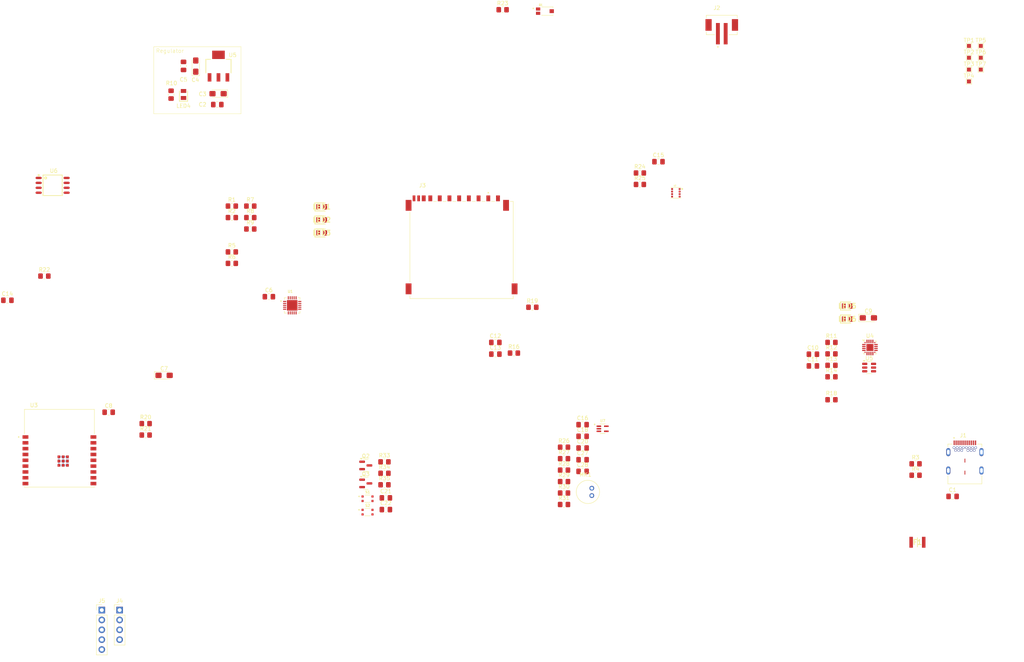
<source format=kicad_pcb>
(kicad_pcb (version 20241229) (generator "pcbnew") (generator_version "9.0")
  (layers (0 "F.Cu" signal) (4 "In1.Cu" signal) (6 "In2.Cu" signal) (2 "B.Cu" signal) (13 "F.Paste" user) (15 "B.Paste" user) (5 "F.SilkS" user "F.Silkscreen") (7 "B.SilkS" user "B.Silkscreen") (1 "F.Mask" user) (3 "B.Mask" user) (25 "Edge.Cuts" user))
  (net 0 "")
  (net 1 "/VBUS")
  (net 2 "GND")
  (net 3 "/+5V")
  (net 4 "+3.3V")
  (net 5 "/+5V_USB")
  (net 6 "Net-(U4-VBUS)")
  (net 7 "Net-(C16-Pad1)")
  (net 8 "Net-(U7-IN-)")
  (net 9 "/ESP32-C3-02/MIC_OUT")
  (net 10 "/ESP32-C3-02/BOOT")
  (net 11 "/ESP32-C3-02/EN")
  (net 12 "Net-(U7-IN+)")
  (net 13 "Net-(C27-Pad2)")
  (net 14 "Net-(C28-Pad1)")
  (net 19 "/USB_DP")
  (net 20 "/USB_DN")
  (net 23 "Net-(J1-CC1)")
  (net 25 "Net-(J1-CC2)")
  (net 29 "/VBAT")
  (net 30 "/ESP32-C3-02/MOSI_DI")
  (net 31 "/ESP32-C3-02/CS_SD")
  (net 32 "Net-(J3-DAT0)")
  (net 35 "/ESP32-C3-02/SCLK")
  (net 36 "/ESP32-C3-02/SDA")
  (net 37 "/ESP32-C3-02/SCL")
  (net 38 "/ESP32-C3-02/GPIO08")
  (net 39 "/ESP32-C3-02/GPIO18")
  (net 40 "/ESP32-C3-02/GPIO19")
  (net 41 "Net-(LED1-K)")
  (net 42 "Net-(LED2-K)")
  (net 43 "Net-(LED3-K)")
  (net 44 "/PWD_LED")
  (net 45 "Net-(LED5-K)")
  (net 46 "Net-(LED6-K)")
  (net 47 "/ESP32-C3-02/PHOTO_C")
  (net 48 "Net-(Q2-B)")
  (net 49 "/ESP32-C3-02/RTS")
  (net 50 "/ESP32-C3-02/DTR")
  (net 51 "Net-(Q3-B)")
  (net 52 "Net-(U1-~{TE})")
  (net 53 "Net-(U1-THERM)")
  (net 54 "Net-(U1-PROG1)")
  (net 55 "Net-(U1-PROG3)")
  (net 56 "/CHARGING_POWER_GOOD")
  (net 57 "/CHARGED")
  (net 58 "/CHARGING")
  (net 59 "Net-(U4-~{RST})")
  (net 60 "Net-(U4-~{TXT}{slash}GPIO.2)")
  (net 61 "/ESP32-C3-02/MISO_DO")
  (net 62 "Net-(U4-~{RXT}{slash}GPIO.3)")
  (net 63 "Net-(U3-IO6)")
  (net 64 "Net-(U3-IO7)")
  (net 65 "Net-(U6-DO(IO1))")
  (net 66 "/ESP32-C3-02/CS")
  (net 67 "/ESP32-C3-02/RX_TX")
  (net 68 "/ESP32-C3-02/TX_RX")
  (net 71 "/ESP32-C3-02/USB_D+")
  (net 76 "/ESP32-C3-02/USB_D-")
  (footprint "Package_DFN_QFN:SiliconLabs_QFN-20-1EP_3x3mm_P0.5mm_EP1.8x1.8mm" (layer "F.Cu") (at 242.9 108.95)
    (property "Reference" "U4" (at 0 -3 0) (layer "F.SilkS"))
    (property "Value" "CP2102N-Axx-xQFN20")
    (pad "1" smd rect (at -1.25 -1.25) (size 0.3 0.3) (layers "F.Cu" "F.Mask" "F.Paste"))
    (pad "2" smd rect (at -1.55 -0.75) (size 0.9 0.3) (layers "F.Cu" "F.Mask" "F.Paste"))
    (pad "3" smd rect (at -1.55 -0.25) (size 0.9 0.3) (layers "F.Cu" "F.Mask" "F.Paste") (net 2 "GND"))
    (pad "4" smd rect (at -1.55 0.25) (size 0.9 0.3) (layers "F.Cu" "F.Mask" "F.Paste") (net 71 "/ESP32-C3-02/USB_D+"))
    (pad "5" smd rect (at -1.55 0.75) (size 0.9 0.3) (layers "F.Cu" "F.Mask" "F.Paste") (net 76 "/ESP32-C3-02/USB_D-"))
    (pad "6" smd rect (at -1.25 1.25) (size 0.3 0.3) (layers "F.Cu" "F.Mask" "F.Paste") (net 4 "+3.3V"))
    (pad "7" smd rect (at -0.75 1.55 90) (size 0.9 0.3) (layers "F.Cu" "F.Mask" "F.Paste") (net 4 "+3.3V"))
    (pad "8" smd rect (at -0.25 1.55 90) (size 0.9 0.3) (layers "F.Cu" "F.Mask" "F.Paste") (net 6 "Net-(U4-VBUS)"))
    (pad "9" smd rect (at 0.25 1.55 90) (size 0.9 0.3) (layers "F.Cu" "F.Mask" "F.Paste") (net 59 "Net-(U4-~{RST})"))
    (pad "10" smd rect (at 0.75 1.55 90) (size 0.9 0.3) (layers "F.Cu" "F.Mask" "F.Paste"))
    (pad "11" smd rect (at 1.25 1.25) (size 0.3 0.3) (layers "F.Cu" "F.Mask" "F.Paste"))
    (pad "12" smd rect (at 1.55 0.75) (size 0.9 0.3) (layers "F.Cu" "F.Mask" "F.Paste") (net 2 "GND"))
    (pad "13" smd rect (at 1.55 0.25) (size 0.9 0.3) (layers "F.Cu" "F.Mask" "F.Paste"))
    (pad "14" smd rect (at 1.55 -0.25) (size 0.9 0.3) (layers "F.Cu" "F.Mask" "F.Paste"))
    (pad "15" smd rect (at 1.55 -0.75) (size 0.9 0.3) (layers "F.Cu" "F.Mask" "F.Paste") (net 50 "/ESP32-C3-02/DTR"))
    (pad "16" smd rect (at 1.25 -1.25) (size 0.3 0.3) (layers "F.Cu" "F.Mask" "F.Paste") (net 49 "/ESP32-C3-02/RTS"))
    (pad "17" smd rect (at 0.75 -1.55 90) (size 0.9 0.3) (layers "F.Cu" "F.Mask" "F.Paste") (net 67 "/ESP32-C3-02/RX_TX"))
    (pad "18" smd rect (at 0.25 -1.55 90) (size 0.9 0.3) (layers "F.Cu" "F.Mask" "F.Paste") (net 68 "/ESP32-C3-02/TX_RX"))
    (pad "19" smd rect (at -0.25 -1.55 90) (size 0.9 0.3) (layers "F.Cu" "F.Mask" "F.Paste") (net 62 "Net-(U4-~{RXT}{slash}GPIO.3)"))
    (pad "20" smd rect (at -0.75 -1.55 90) (size 0.9 0.3) (layers "F.Cu" "F.Mask" "F.Paste") (net 60 "Net-(U4-~{TXT}{slash}GPIO.2)"))
    (pad "21" smd rect (at 0 0) (size 1.8 1.8) (layers "F.Cu" "F.Mask") (net 2 "GND"))
  )
  (footprint "Capacitor_SMD:C_0805_2012Metric_Pad1.18x1.45mm_HandSolder" (layer "F.Cu") (at 228.22 113.7)
    (property "Reference" "C11" (at 0 -1.68 0) (layer "F.SilkS"))
    (property "Value" "1u")
    (pad "1" smd roundrect (at -1.0375 0) (size 1.175 1.45) (layers "F.Cu" "F.Mask" "F.Paste") (roundrect_rratio 0.212766) (net 6 "Net-(U4-VBUS)"))
    (pad "2" smd roundrect (at 1.0375 0) (size 1.175 1.45) (layers "F.Cu" "F.Mask" "F.Paste") (roundrect_rratio 0.212766) (net 2 "GND"))
  )
  (footprint "Resistor_SMD:R_0805_2012Metric_Pad1.20x1.40mm_HandSolder" (layer "F.Cu") (at 117.9 141.35)
    (property "Reference" "R34" (at 0 -1.65 0) (layer "F.SilkS"))
    (property "Value" "10k")
    (pad "1" smd roundrect (at -1 0) (size 1.2 1.4) (layers "F.Cu" "F.Mask" "F.Paste") (roundrect_rratio 0.208333) (net 49 "/ESP32-C3-02/RTS"))
    (pad "2" smd roundrect (at 1 0) (size 1.2 1.4) (layers "F.Cu" "F.Mask" "F.Paste") (roundrect_rratio 0.208333) (net 51 "Net-(Q3-B)"))
  )
  (footprint "ESP32 Project Libraries:MODULE_ESP32-C3-WROOM-02-H4" (layer "F.Cu") (at 34.2 134.9)
    (property "Reference" "U3" (at -6.575 -11.085 0) (layer "F.SilkS"))
    (property "Value" "ESP32-C3-WROOM-02-H4")
    (pad "1" smd rect (at -8.75 -2.9) (size 1.5 0.9) (layers "F.Cu" "F.Mask" "F.Paste") (net 4 "+3.3V"))
    (pad "2" smd rect (at -8.75 -1.4) (size 1.5 0.9) (layers "F.Cu" "F.Mask" "F.Paste") (net 11 "/ESP32-C3-02/EN"))
    (pad "3" smd rect (at -8.75 0.1) (size 1.5 0.9) (layers "F.Cu" "F.Mask" "F.Paste") (net 36 "/ESP32-C3-02/SDA"))
    (pad "4" smd rect (at -8.75 1.6) (size 1.5 0.9) (layers "F.Cu" "F.Mask" "F.Paste") (net 9 "/ESP32-C3-02/MIC_OUT"))
    (pad "5" smd rect (at -8.75 3.1) (size 1.5 0.9) (layers "F.Cu" "F.Mask" "F.Paste") (net 63 "Net-(U3-IO6)"))
    (pad "6" smd rect (at -8.75 4.6) (size 1.5 0.9) (layers "F.Cu" "F.Mask" "F.Paste") (net 64 "Net-(U3-IO7)"))
    (pad "7" smd rect (at -8.75 6.1) (size 1.5 0.9) (layers "F.Cu" "F.Mask" "F.Paste") (net 38 "/ESP32-C3-02/GPIO08"))
    (pad "8" smd rect (at -8.75 7.6) (size 1.5 0.9) (layers "F.Cu" "F.Mask" "F.Paste") (net 10 "/ESP32-C3-02/BOOT"))
    (pad "9" smd rect (at -8.75 9.1) (size 1.5 0.9) (layers "F.Cu" "F.Mask" "F.Paste") (net 2 "GND"))
    (pad "10" smd rect (at 8.75 9.1) (size 1.5 0.9) (layers "F.Cu" "F.Mask" "F.Paste") (net 66 "/ESP32-C3-02/CS"))
    (pad "11" smd rect (at 8.75 7.6) (size 1.5 0.9) (layers "F.Cu" "F.Mask" "F.Paste") (net 68 "/ESP32-C3-02/TX_RX"))
    (pad "12" smd rect (at 8.75 6.1) (size 1.5 0.9) (layers "F.Cu" "F.Mask" "F.Paste") (net 67 "/ESP32-C3-02/RX_TX"))
    (pad "13" smd rect (at 8.75 4.6) (size 1.5 0.9) (layers "F.Cu" "F.Mask" "F.Paste") (net 39 "/ESP32-C3-02/GPIO18"))
    (pad "14" smd rect (at 8.75 3.1) (size 1.5 0.9) (layers "F.Cu" "F.Mask" "F.Paste") (net 40 "/ESP32-C3-02/GPIO19"))
    (pad "15" smd rect (at 8.75 1.6) (size 1.5 0.9) (layers "F.Cu" "F.Mask" "F.Paste") (net 37 "/ESP32-C3-02/SCL"))
    (pad "16" smd rect (at 8.75 0.1) (size 1.5 0.9) (layers "F.Cu" "F.Mask" "F.Paste") (net 61 "/ESP32-C3-02/MISO_DO"))
    (pad "17" smd rect (at 8.75 -1.4) (size 1.5 0.9) (layers "F.Cu" "F.Mask" "F.Paste") (net 47 "/ESP32-C3-02/PHOTO_C"))
    (pad "18" smd rect (at 8.75 -2.9) (size 1.5 0.9) (layers "F.Cu" "F.Mask" "F.Paste") (net 31 "/ESP32-C3-02/CS_SD"))
    (pad "19" smd rect (at -0.14 2.2) (size 0.7 0.7) (layers "F.Cu" "F.Mask" "F.Paste") (net 2 "GND"))
    (pad "20" smd rect (at 0.96 2.2) (size 0.7 0.7) (layers "F.Cu" "F.Mask" "F.Paste") (net 2 "GND"))
    (pad "21" smd rect (at 2.06 2.2) (size 0.7 0.7) (layers "F.Cu" "F.Mask" "F.Paste") (net 2 "GND"))
    (pad "22" smd rect (at -0.14 3.3) (size 0.7 0.7) (layers "F.Cu" "F.Mask" "F.Paste") (net 2 "GND"))
    (pad "23" smd rect (at 0.96 3.3) (size 0.7 0.7) (layers "F.Cu" "F.Mask" "F.Paste") (net 2 "GND"))
    (pad "24" smd rect (at 2.06 3.3) (size 0.7 0.7) (layers "F.Cu" "F.Mask" "F.Paste") (net 2 "GND"))
    (pad "25" smd rect (at -0.14 4.4) (size 0.7 0.7) (layers "F.Cu" "F.Mask" "F.Paste") (net 2 "GND"))
    (pad "26" smd rect (at 0.96 4.4) (size 0.7 0.7) (layers "F.Cu" "F.Mask" "F.Paste") (net 2 "GND"))
    (pad "27" smd rect (at 2.06 4.4) (size 0.7 0.7) (layers "F.Cu" "F.Mask" "F.Paste") (net 2 "GND"))
    (pad "28" thru_hole circle (at 0.41 2.2) (size 0.4 0.4) (drill 0.3) (layers "*.Cu") (net 2 "GND"))
    (pad "29" thru_hole circle (at 1.51 2.2) (size 0.4 0.4) (drill 0.3) (layers "*.Cu") (net 2 "GND"))
    (pad "30" thru_hole circle (at -0.14 2.75) (size 0.4 0.4) (drill 0.3) (layers "*.Cu") (net 2 "GND"))
    (pad "31" thru_hole circle (at 0.96 2.75) (size 0.4 0.4) (drill 0.3) (layers "*.Cu") (net 2 "GND"))
    (pad "32" thru_hole circle (at 2.06 2.75) (size 0.4 0.4) (drill 0.3) (layers "*.Cu") (net 2 "GND"))
    (pad "33" thru_hole circle (at 0.41 3.3) (size 0.4 0.4) (drill 0.3) (layers "*.Cu") (net 2 "GND"))
    (pad "34" thru_hole circle (at 1.51 3.3) (size 0.4 0.4) (drill 0.3) (layers "*.Cu") (net 2 "GND"))
    (pad "35" thru_hole circle (at -0.14 3.85) (size 0.4 0.4) (drill 0.3) (layers "*.Cu") (net 2 "GND"))
    (pad "36" thru_hole circle (at 0.96 3.85) (size 0.4 0.4) (drill 0.3) (layers "*.Cu") (net 2 "GND"))
    (pad "37" thru_hole circle (at 2.06 3.85) (size 0.4 0.4) (drill 0.3) (layers "*.Cu") (net 2 "GND"))
    (pad "38" thru_hole circle (at 0.41 4.4) (size 0.4 0.4) (drill 0.3) (layers "*.Cu") (net 2 "GND"))
    (pad "39" thru_hole circle (at 1.51 4.4) (size 0.4 0.4) (drill 0.3) (layers "*.Cu") (net 2 "GND"))
  )
  (footprint "Resistor_SMD:R_0805_2012Metric_Pad1.20x1.40mm_HandSolder" (layer "F.Cu") (at 183.67 64.025)
    (property "Reference" "R24" (at 0 -1.65 0) (layer "F.SilkS"))
    (property "Value" "4k7")
    (pad "1" smd roundrect (at -1 0) (size 1.2 1.4) (layers "F.Cu" "F.Mask" "F.Paste") (roundrect_rratio 0.208333) (net 4 "+3.3V"))
    (pad "2" smd roundrect (at 1 0) (size 1.2 1.4) (layers "F.Cu" "F.Mask" "F.Paste") (roundrect_rratio 0.208333) (net 37 "/ESP32-C3-02/SCL"))
  )
  (footprint "Resistor_SMD:R_0805_2012Metric_Pad1.20x1.40mm_HandSolder" (layer "F.Cu") (at 30.33 90.57)
    (property "Reference" "R22" (at 0 -1.65 0) (layer "F.SilkS"))
    (property "Value" "50")
    (pad "1" smd roundrect (at -1 0) (size 1.2 1.4) (layers "F.Cu" "F.Mask" "F.Paste") (roundrect_rratio 0.208333) (net 61 "/ESP32-C3-02/MISO_DO"))
    (pad "2" smd roundrect (at 1 0) (size 1.2 1.4) (layers "F.Cu" "F.Mask" "F.Paste") (roundrect_rratio 0.208333) (net 65 "Net-(U6-DO(IO1))"))
  )
  (footprint "Resistor_SMD:R_0805_2012Metric_Pad1.20x1.40mm_HandSolder" (layer "F.Cu") (at 183.67 66.975)
    (property "Reference" "R25" (at 0 -1.65 0) (layer "F.SilkS"))
    (property "Value" "4k7")
    (pad "1" smd roundrect (at -1 0) (size 1.2 1.4) (layers "F.Cu" "F.Mask" "F.Paste") (roundrect_rratio 0.208333) (net 4 "+3.3V"))
    (pad "2" smd roundrect (at 1 0) (size 1.2 1.4) (layers "F.Cu" "F.Mask" "F.Paste") (roundrect_rratio 0.208333) (net 36 "/ESP32-C3-02/SDA"))
  )
  (footprint "Resistor_SMD:R_0805_2012Metric_Pad1.20x1.40mm_HandSolder" (layer "F.Cu") (at 164.1325 143.48)
    (property "Reference" "R29" (at 0 -1.65 0) (layer "F.SilkS"))
    (property "Value" "1M")
    (pad "1" smd roundrect (at -1 0) (size 1.2 1.4) (layers "F.Cu" "F.Mask" "F.Paste") (roundrect_rratio 0.208333) (net 12 "Net-(U7-IN+)"))
    (pad "2" smd roundrect (at 1 0) (size 1.2 1.4) (layers "F.Cu" "F.Mask" "F.Paste") (roundrect_rratio 0.208333) (net 2 "GND"))
  )
  (footprint "TestPoint:TestPoint_Pad_1.0x1.0mm" (layer "F.Cu") (at 268.4 37.4)
    (property "Reference" "TP3" (at 0 -1.448 0) (layer "F.SilkS"))
    (property "Value" "Test SCLK")
    (pad "1" smd rect (at 0 0) (size 1 1) (layers "F.Cu" "F.Mask") (net 35 "/ESP32-C3-02/SCLK"))
  )
  (footprint "ESP32 Project Libraries:SOT65P210X110-5N" (layer "F.Cu") (at 174.0645 129.88)
    (property "Reference" "U7" (at 0.032 -2.0564 0) (layer "F.SilkS") (effects (font (size 0.64 0.64))))
    (property "Value" "MAX4466EXK")
    (pad "1" smd roundrect (at -0.96 -0.65) (size 1.19 0.4) (layers "F.Cu" "F.Mask" "F.Paste") (net 12 "Net-(U7-IN+)"))
    (pad "2" smd roundrect (at -0.96 0) (size 1.19 0.4) (layers "F.Cu" "F.Mask" "F.Paste") (net 2 "GND"))
    (pad "3" smd roundrect (at -0.96 0.65) (size 1.19 0.4) (layers "F.Cu" "F.Mask" "F.Paste") (net 8 "Net-(U7-IN-)"))
    (pad "4" smd roundrect (at 0.96 0.65) (size 1.19 0.4) (layers "F.Cu" "F.Mask" "F.Paste") (net 9 "/ESP32-C3-02/MIC_OUT"))
    (pad "5" smd roundrect (at 0.96 -0.65) (size 1.19 0.4) (layers "F.Cu" "F.Mask" "F.Paste") (net 4 "+3.3V"))
  )
  (footprint "Package_TO_SOT_SMD:SOT-23" (layer "F.Cu") (at 113.08 139.325)
    (property "Reference" "Q2" (at 0 -2.4 0) (layer "F.SilkS"))
    (property "Value" "BC817")
    (pad "1" smd roundrect (at -0.9375 -0.95) (size 1.475 0.6) (layers "F.Cu" "F.Mask" "F.Paste") (net 48 "Net-(Q2-B)"))
    (pad "2" smd roundrect (at -0.9375 0.95) (size 1.475 0.6) (layers "F.Cu" "F.Mask" "F.Paste") (net 49 "/ESP32-C3-02/RTS"))
    (pad "3" smd roundrect (at 0.9375 0) (size 1.475 0.6) (layers "F.Cu" "F.Mask" "F.Paste") (net 11 "/ESP32-C3-02/EN"))
  )
  (footprint "Resistor_SMD:R_0805_2012Metric_Pad1.20x1.40mm_HandSolder" (layer "F.Cu") (at 83.35 72.545)
    (property "Reference" "R7" (at 0 -1.65 0) (layer "F.SilkS"))
    (property "Value" "470")
    (pad "1" smd roundrect (at -1 0) (size 1.2 1.4) (layers "F.Cu" "F.Mask" "F.Paste") (roundrect_rratio 0.208333) (net 43 "Net-(LED3-K)"))
    (pad "2" smd roundrect (at 1 0) (size 1.2 1.4) (layers "F.Cu" "F.Mask" "F.Paste") (roundrect_rratio 0.208333) (net 56 "/CHARGING_POWER_GOOD"))
  )
  (footprint "Resistor_SMD:R_0805_2012Metric_Pad1.20x1.40mm_HandSolder" (layer "F.Cu") (at 233 116.5)
    (property "Reference" "R14" (at 0 -1.65 0) (layer "F.SilkS"))
    (property "Value" "470")
    (pad "1" smd roundrect (at -1 0) (size 1.2 1.4) (layers "F.Cu" "F.Mask" "F.Paste") (roundrect_rratio 0.208333) (net 45 "Net-(LED5-K)"))
    (pad "2" smd roundrect (at 1 0) (size 1.2 1.4) (layers "F.Cu" "F.Mask" "F.Paste") (roundrect_rratio 0.208333) (net 60 "Net-(U4-~{TXT}{slash}GPIO.2)"))
  )
  (footprint "ESP32 Project Libraries:VREG_LM1117MPX-3.3" (layer "F.Cu") (at 75.15 36.5 90)
    (property "Reference" "U5" (at 2.85 3.65 180) (layer "F.SilkS"))
    (property "Value" "LM1117MPX-3.3")
    (pad "1" smd rect (at -2.9 -2.3 90) (size 2.15 0.95) (layers "F.Cu" "F.Mask" "F.Paste") (net 2 "GND"))
    (pad "2" smd rect (at -2.9 0 90) (size 2.15 0.95) (layers "F.Cu" "F.Mask" "F.Paste") (net 4 "+3.3V"))
    (pad "3" smd rect (at -2.9 2.3 90) (size 2.15 0.95) (layers "F.Cu" "F.Mask" "F.Paste") (net 3 "/+5V"))
    (pad "4" smd rect (at 2.9 0 90) (size 2.15 3.25) (layers "F.Cu" "F.Mask" "F.Paste") (net 4 "+3.3V"))
  )
  (footprint "Connector_PinHeader_2.54mm:PinHeader_1x04_P2.54mm_Vertical" (layer "F.Cu") (at 49.7 176.57)
    (property "Reference" "J4" (at 0 -2.38 0) (layer "F.SilkS"))
    (property "Value" "Conn_01x04_Pin")
    (pad "1" thru_hole rect (at 0 0) (size 1.7 1.7) (drill 1) (layers "*.Cu" "*.Mask") (net 4 "+3.3V"))
    (pad "2" thru_hole circle (at 0 2.54) (size 1.7 1.7) (drill 1) (layers "*.Cu" "*.Mask") (net 36 "/ESP32-C3-02/SDA"))
    (pad "3" thru_hole circle (at 0 5.08) (size 1.7 1.7) (drill 1) (layers "*.Cu" "*.Mask") (net 37 "/ESP32-C3-02/SCL"))
    (pad "4" thru_hole circle (at 0 7.62) (size 1.7 1.7) (drill 1) (layers "*.Cu" "*.Mask") (net 2 "GND"))
  )
  (footprint "Resistor_SMD:R_0805_2012Metric_Pad1.20x1.40mm_HandSolder" (layer "F.Cu") (at 78.6 87.295)
    (property "Reference" "R6" (at 0 -1.65 0) (layer "F.SilkS"))
    (property "Value" "20k")
    (pad "1" smd roundrect (at -1 0) (size 1.2 1.4) (layers "F.Cu" "F.Mask" "F.Paste") (roundrect_rratio 0.208333) (net 2 "GND"))
    (pad "2" smd roundrect (at 1 0) (size 1.2 1.4) (layers "F.Cu" "F.Mask" "F.Paste") (roundrect_rratio 0.208333) (net 55 "Net-(U1-PROG3)"))
  )
  (footprint "ESP32 Project Libraries:QFN50P400X400X100-21N" (layer "F.Cu") (at 94.135 98.1)
    (property "Reference" "U1" (at -0.508 -3.5814 0) (layer "F.SilkS") (effects (font (size 0.64 0.64))))
    (property "Value" "MCP73871-2CAI_ML")
    (pad "1" smd roundrect (at -1.935 -1) (size 0.84 0.26) (layers "F.Cu" "F.Mask" "F.Paste") (net 3 "/+5V"))
    (pad "2" smd roundrect (at -1.935 -0.5) (size 0.84 0.26) (layers "F.Cu" "F.Mask" "F.Paste") (net 5 "/+5V_USB"))
    (pad "3" smd roundrect (at -1.935 0) (size 0.84 0.26) (layers "F.Cu" "F.Mask" "F.Paste") (net 2 "GND"))
    (pad "4" smd roundrect (at -1.935 0.5) (size 0.84 0.26) (layers "F.Cu" "F.Mask" "F.Paste") (net 5 "/+5V_USB"))
    (pad "5" smd roundrect (at -1.935 1) (size 0.84 0.26) (layers "F.Cu" "F.Mask" "F.Paste") (net 53 "Net-(U1-THERM)"))
    (pad "6" smd roundrect (at -1 1.935) (size 0.26 0.84) (layers "F.Cu" "F.Mask" "F.Paste") (net 58 "/CHARGING"))
    (pad "7" smd roundrect (at -0.5 1.935) (size 0.26 0.84) (layers "F.Cu" "F.Mask" "F.Paste") (net 56 "/CHARGING_POWER_GOOD"))
    (pad "8" smd roundrect (at 0 1.935) (size 0.26 0.84) (layers "F.Cu" "F.Mask" "F.Paste") (net 57 "/CHARGED"))
    (pad "9" smd roundrect (at 0.5 1.935) (size 0.26 0.84) (layers "F.Cu" "F.Mask" "F.Paste") (net 52 "Net-(U1-~{TE})"))
    (pad "10" smd roundrect (at 1 1.935) (size 0.26 0.84) (layers "F.Cu" "F.Mask" "F.Paste") (net 2 "GND"))
    (pad "11" smd roundrect (at 1.935 1) (size 0.84 0.26) (layers "F.Cu" "F.Mask" "F.Paste") (net 2 "GND"))
    (pad "12" smd roundrect (at 1.935 0.5) (size 0.84 0.26) (layers "F.Cu" "F.Mask" "F.Paste") (net 55 "Net-(U1-PROG3)"))
    (pad "13" smd roundrect (at 1.935 0) (size 0.84 0.26) (layers "F.Cu" "F.Mask" "F.Paste") (net 54 "Net-(U1-PROG1)"))
    (pad "14" smd roundrect (at 1.935 -0.5) (size 0.84 0.26) (layers "F.Cu" "F.Mask" "F.Paste") (net 29 "/VBAT"))
    (pad "15" smd roundrect (at 1.935 -1) (size 0.84 0.26) (layers "F.Cu" "F.Mask" "F.Paste") (net 29 "/VBAT"))
    (pad "16" smd roundrect (at 1 -1.935) (size 0.26 0.84) (layers "F.Cu" "F.Mask" "F.Paste") (net 29 "/VBAT"))
    (pad "17" smd roundrect (at 0.5 -1.935) (size 0.26 0.84) (layers "F.Cu" "F.Mask" "F.Paste") (net 5 "/+5V_USB"))
    (pad "18" smd roundrect (at 0 -1.935) (size 0.26 0.84) (layers "F.Cu" "F.Mask" "F.Paste") (net 5 "/+5V_USB"))
    (pad "19" smd roundrect (at -0.5 -1.935) (size 0.26 0.84) (layers "F.Cu" "F.Mask" "F.Paste") (net 5 "/+5V_USB"))
    (pad "20" smd roundrect (at -1 -1.935) (size 0.26 0.84) (layers "F.Cu" "F.Mask" "F.Paste") (net 3 "/+5V"))
    (pad "21" smd rect (at 0 0) (size 2.7 2.7) (layers "F.Cu" "F.Mask") (net 2 "GND"))
  )
  (footprint "Resistor_SMD:R_0805_2012Metric_Pad1.20x1.40mm_HandSolder" (layer "F.Cu") (at 151.23 110.395)
    (property "Reference" "R16" (at 0 -1.65 0) (layer "F.SilkS"))
    (property "Value" "50")
    (pad "1" smd roundrect (at -1 0) (size 1.2 1.4) (layers "F.Cu" "F.Mask" "F.Paste") (roundrect_rratio 0.208333) (net 32 "Net-(J3-DAT0)"))
    (pad "2" smd roundrect (at 1 0) (size 1.2 1.4) (layers "F.Cu" "F.Mask" "F.Paste") (roundrect_rratio 0.208333) (net 61 "/ESP32-C3-02/MISO_DO"))
  )
  (footprint "Capacitor_SMD:C_0805_2012Metric_Pad1.18x1.45mm_HandSolder" (layer "F.Cu") (at 188.45 61.105)
    (property "Reference" "C15" (at 0 -1.68 0) (layer "F.SilkS"))
    (property "Value" "0.1u")
    (pad "1" smd roundrect (at -1.0375 0) (size 1.175 1.45) (layers "F.Cu" "F.Mask" "F.Paste") (roundrect_rratio 0.212766) (net 4 "+3.3V"))
    (pad "2" smd roundrect (at 1.0375 0) (size 1.175 1.45) (layers "F.Cu" "F.Mask" "F.Paste") (roundrect_rratio 0.212766) (net 2 "GND"))
  )
  (footprint "Resistor_SMD:R_0805_2012Metric_Pad1.20x1.40mm_HandSolder" (layer "F.Cu") (at 62.95 43.85 90)
    (property "Reference" "R10" (at 2.95 0.1 180) (layer "F.SilkS"))
    (property "Value" "470")
    (pad "1" smd roundrect (at -1 0 90) (size 1.2 1.4) (layers "F.Cu" "F.Mask" "F.Paste") (roundrect_rratio 0.208333) (net 44 "/PWD_LED"))
    (pad "2" smd roundrect (at 1 0 90) (size 1.2 1.4) (layers "F.Cu" "F.Mask" "F.Paste") (roundrect_rratio 0.208333) (net 2 "GND"))
  )
  (footprint "Resistor_SMD:R_0805_2012Metric_Pad1.20x1.40mm_HandSolder" (layer "F.Cu") (at 56.405 128.55)
    (property "Reference" "R20" (at 0 -1.65 0) (layer "F.SilkS"))
    (property "Value" "50")
    (pad "1" smd roundrect (at -1 0) (size 1.2 1.4) (layers "F.Cu" "F.Mask" "F.Paste") (roundrect_rratio 0.208333) (net 63 "Net-(U3-IO6)"))
    (pad "2" smd roundrect (at 1 0) (size 1.2 1.4) (layers "F.Cu" "F.Mask" "F.Paste") (roundrect_rratio 0.208333) (net 35 "/ESP32-C3-02/SCLK"))
  )
  (footprint "ESP32 Project Libraries:JST_B2B-PH-SM4-TB" (layer "F.Cu") (at 204.75 25.9)
    (property "Reference" "J2" (at -1.275 -4.385 0) (layer "F.SilkS"))
    (property "Value" "B2B-PH-SM4-TB")
    (pad "1" smd rect (at -1 2.25) (size 1 5.5) (layers "F.Cu" "F.Mask" "F.Paste") (net 2 "GND"))
    (pad "2" smd rect (at 1 2.25) (size 1 5.5) (layers "F.Cu" "F.Mask" "F.Paste") (net 29 "/VBAT"))
    (pad "S1" smd rect (at -3.4 0) (size 1.6 3) (layers "F.Cu" "F.Mask" "F.Paste"))
    (pad "S2" smd rect (at 3.4 0) (size 1.6 3) (layers "F.Cu" "F.Mask" "F.Paste"))
  )
  (footprint "Resistor_SMD:R_0805_2012Metric_Pad1.20x1.40mm_HandSolder" (layer "F.Cu") (at 164.1325 134.63)
    (property "Reference" "R26" (at 0 -1.65 0) (layer "F.SilkS"))
    (property "Value" "2k")
    (pad "1" smd roundrect (at -1 0) (size 1.2 1.4) (layers "F.Cu" "F.Mask" "F.Paste") (roundrect_rratio 0.208333) (net 4 "+3.3V"))
    (pad "2" smd roundrect (at 1 0) (size 1.2 1.4) (layers "F.Cu" "F.Mask" "F.Paste") (roundrect_rratio 0.208333) (net 7 "Net-(C16-Pad1)"))
  )
  (footprint "TestPoint:TestPoint_Pad_1.0x1.0mm" (layer "F.Cu") (at 268.4 34.35)
    (property "Reference" "TP2" (at 0 -1.448 0) (layer "F.SilkS"))
    (property "Value" "Test MISO")
    (pad "1" smd rect (at 0 0) (size 1 1) (layers "F.Cu" "F.Mask") (net 61 "/ESP32-C3-02/MISO_DO"))
  )
  (footprint "Capacitor_SMD:C_0805_2012Metric_Pad1.18x1.45mm_HandSolder" (layer "F.Cu") (at 118.26 147.68)
    (property "Reference" "C21" (at 0 -1.68 0) (layer "F.SilkS"))
    (property "Value" "0.1u")
    (pad "1" smd roundrect (at -1.0375 0) (size 1.175 1.45) (layers "F.Cu" "F.Mask" "F.Paste") (roundrect_rratio 0.212766) (net 10 "/ESP32-C3-02/BOOT"))
    (pad "2" smd roundrect (at 1.0375 0) (size 1.175 1.45) (layers "F.Cu" "F.Mask" "F.Paste") (roundrect_rratio 0.212766) (net 2 "GND"))
  )
  (footprint "ESP32 Project Libraries:TRANS_TEMT6000X01" (layer "F.Cu") (at 159.21 22.35)
    (property "Reference" "Q1" (at -1.077583 -1.607158 0) (layer "F.SilkS") (effects (font (size 0.480705 0.480705))))
    (property "Value" "TEMT6000X01")
    (pad "1" smd rect (at -1.755 -0.55) (size 1.1 0.8) (layers "F.Cu" "F.Mask" "F.Paste") (net 2 "GND"))
    (pad "2" smd rect (at -1.755 0.55) (size 1.1 0.8) (layers "F.Cu" "F.Mask" "F.Paste"))
    (pad "3" smd rect (at 1.755 0) (size 1.1 1) (layers "F.Cu" "F.Mask" "F.Paste") (net 47 "/ESP32-C3-02/PHOTO_C"))
  )
  (footprint "Resistor_SMD:R_0805_2012Metric_Pad1.20x1.40mm_HandSolder" (layer "F.Cu") (at 148.325 21.975)
    (property "Reference" "R23" (at 0 -1.65 0) (layer "F.SilkS"))
    (property "Value" "10k")
    (pad "1" smd roundrect (at -1 0) (size 1.2 1.4) (layers "F.Cu" "F.Mask" "F.Paste") (roundrect_rratio 0.208333) (net 4 "+3.3V"))
    (pad "2" smd roundrect (at 1 0) (size 1.2 1.4) (layers "F.Cu" "F.Mask" "F.Paste") (roundrect_rratio 0.208333) (net 47 "/ESP32-C3-02/PHOTO_C"))
  )
  (footprint "ESP32 Project Libraries:AMPHENOL_GSD090012SEU" (layer "F.Cu") (at 137.75 83.85)
    (property "Reference" "J3" (at -10.075 -16.635 0) (layer "F.SilkS"))
    (property "Value" "GSD090012SEU")
    (pad "" np_thru_hole circle (at -11.5 -10.5) (size 1.15 1.15) (drill 1.15) (layers "*.Cu" "*.Mask"))
    (pad "" np_thru_hole circle (at 9.5 -10.5) (size 1.65 1.65) (drill 1.65) (layers "*.Cu" "*.Mask"))
    (pad "1" smd rect (at 6.875 -13.3) (size 1 1.5) (layers "F.Cu" "F.Mask" "F.Paste") (net 31 "/ESP32-C3-02/CS_SD"))
    (pad "2" smd rect (at 4.375 -13.3) (size 1 1.5) (layers "F.Cu" "F.Mask" "F.Paste") (net 30 "/ESP32-C3-02/MOSI_DI"))
    (pad "3" smd rect (at 1.875 -13.3) (size 1 1.5) (layers "F.Cu" "F.Mask" "F.Paste") (net 2 "GND"))
    (pad "4" smd rect (at -0.625 -13.3) (size 1 1.5) (layers "F.Cu" "F.Mask" "F.Paste") (net 4 "+3.3V"))
    (pad "5" smd rect (at -3.125 -13.3) (size 1 1.5) (layers "F.Cu" "F.Mask" "F.Paste") (net 35 "/ESP32-C3-02/SCLK"))
    (pad "6" smd rect (at -5.625 -13.3) (size 1 1.5) (layers "F.Cu" "F.Mask" "F.Paste") (net 2 "GND"))
    (pad "7" smd rect (at -8.05 -13.3) (size 1 1.5) (layers "F.Cu" "F.Mask" "F.Paste") (net 32 "Net-(J3-DAT0)"))
    (pad "8" smd rect (at -9.75 -13.3) (size 1 1.5) (layers "F.Cu" "F.Mask" "F.Paste") (net 2 "GND"))
    (pad "9" smd rect (at 9.375 -13.3) (size 1 1.5) (layers "F.Cu" "F.Mask" "F.Paste") (net 2 "GND"))
    (pad "CD_IND" smd rect (at -11.05 -13.3) (size 0.7 1.5) (layers "F.Cu" "F.Mask" "F.Paste"))
    (pad "G1" smd rect (at -13.65 -11.5) (size 1.5 2.8) (layers "F.Cu" "F.Mask" "F.Paste") (net 2 "GND"))
    (pad "G2" smd rect (at 11.45 -11.5) (size 1.5 2.8) (layers "F.Cu" "F.Mask" "F.Paste") (net 2 "GND"))
    (pad "G3" smd rect (at 13.65 10) (size 1.5 2.8) (layers "F.Cu" "F.Mask" "F.Paste") (net 2 "GND"))
    (pad "G4" smd rect (at -13.65 10) (size 1.5 2.8) (layers "F.Cu" "F.Mask" "F.Paste") (net 2 "GND"))
    (pad "WP" smd rect (at -12.25 -13.3) (size 0.7 1.5) (layers "F.Cu" "F.Mask" "F.Paste"))
  )
  (footprint "Capacitor_SMD:C_0805_2012Metric_Pad1.18x1.45mm_HandSolder" (layer "F.Cu") (at 168.9125 137.85)
    (property "Reference" "C27" (at 0 -1.68 0) (layer "F.SilkS"))
    (property "Value" "0.01u")
    (pad "1" smd roundrect (at -1.0375 0) (size 1.175 1.45) (layers "F.Cu" "F.Mask" "F.Paste") (roundrect_rratio 0.212766) (net 12 "Net-(U7-IN+)"))
    (pad "2" smd roundrect (at 1.0375 0) (size 1.175 1.45) (layers "F.Cu" "F.Mask" "F.Paste") (roundrect_rratio 0.212766) (net 13 "Net-(C27-Pad2)"))
  )
  (footprint "Capacitor_Tantalum_SMD:CP_EIA-3216-10_Kemet-I_HandSolder" (layer "F.Cu") (at 75.05 43.6 180)
    (property "Reference" "C3" (at 4 -0.1 0) (layer "F.SilkS"))
    (property "Value" "10u")
    (pad "1" smd roundrect (at -1.44 0 180) (size 1.59 1.39) (layers "F.Cu" "F.Mask" "F.Paste") (roundrect_rratio 0.179856) (net 3 "/+5V"))
    (pad "2" smd roundrect (at 1.44 0 180) (size 1.59 1.39) (layers "F.Cu" "F.Mask" "F.Paste") (roundrect_rratio 0.179856) (net 2 "GND"))
  )
  (footprint "Resistor_SMD:R_0805_2012Metric_Pad1.20x1.40mm_HandSolder" (layer "F.Cu") (at 78.6 75.495)
    (property "Reference" "R2" (at 0 -1.65 0) (layer "F.SilkS"))
    (property "Value" "10k")
    (pad "1" smd roundrect (at -1 0) (size 1.2 1.4) (layers "F.Cu" "F.Mask" "F.Paste") (roundrect_rratio 0.208333) (net 53 "Net-(U1-THERM)"))
    (pad "2" smd roundrect (at 1 0) (size 1.2 1.4) (layers "F.Cu" "F.Mask" "F.Paste") (roundrect_rratio 0.208333) (net 2 "GND"))
  )
  (footprint "Capacitor_SMD:C_0805_2012Metric_Pad1.18x1.45mm_HandSolder" (layer "F.Cu") (at 228.22 110.69)
    (property "Reference" "C10" (at 0 -1.68 0) (layer "F.SilkS"))
    (property "Value" "0.1u")
    (pad "1" smd roundrect (at -1.0375 0) (size 1.175 1.45) (layers "F.Cu" "F.Mask" "F.Paste") (roundrect_rratio 0.212766) (net 2 "GND"))
    (pad "2" smd roundrect (at 1.0375 0) (size 1.175 1.45) (layers "F.Cu" "F.Mask" "F.Paste") (roundrect_rratio 0.212766) (net 4 "+3.3V"))
  )
  (footprint "TestPoint:TestPoint_Pad_1.0x1.0mm" (layer "F.Cu") (at 268.4 40.45)
    (property "Reference" "TP4" (at 0 -1.448 0) (layer "F.SilkS"))
    (property "Value" "Test CS_SD")
    (pad "1" smd rect (at 0 0) (size 1 1) (layers "F.Cu" "F.Mask") (net 31 "/ESP32-C3-02/CS_SD"))
  )
  (footprint "TestPoint:TestPoint_Pad_1.0x1.0mm" (layer "F.Cu") (at 271.45 34.35)
    (property "Reference" "TP6" (at 0 -1.448 0) (layer "F.SilkS"))
    (property "Value" "Test SDA")
    (pad "1" smd rect (at 0 0) (size 1 1) (layers "F.Cu" "F.Mask") (net 36 "/ESP32-C3-02/SDA"))
  )
  (footprint "Capacitor_SMD:C_0805_2012Metric_Pad1.18x1.45mm_HandSolder" (layer "F.Cu") (at 146.45 110.665)
    (property "Reference" "C13" (at 0 -1.68 0) (layer "F.SilkS"))
    (property "Value" "0.1u")
    (pad "1" smd roundrect (at -1.0375 0) (size 1.175 1.45) (layers "F.Cu" "F.Mask" "F.Paste") (roundrect_rratio 0.212766) (net 2 "GND"))
    (pad "2" smd roundrect (at 1.0375 0) (size 1.175 1.45) (layers "F.Cu" "F.Mask" "F.Paste") (roundrect_rratio 0.212766) (net 4 "+3.3V"))
  )
  (footprint "ESP32 Project Libraries:FUSC3226X100N" (layer "F.Cu") (at 255.13 159.11)
    (property "Reference" "F1" (at 0 0 0) (layer "F.SilkS") (effects (font (size 1.27 1.27) (thickness 0.254))))
    (property "Value" "0ZCH0110AF2E" (hide yes))
    (pad "1" smd rect (at -1.62 0) (size 0.91 2.81) (layers "F.Cu" "F.Mask" "F.Paste") (net 1 "/VBUS"))
    (pad "2" smd rect (at 1.62 0) (size 0.91 2.81) (layers "F.Cu" "F.Mask" "F.Paste") (net 5 "/+5V_USB"))
  )
  (footprint "ESP32 Project Libraries:LEDC2012X120N" (layer "F.Cu") (at 101.73 76.095)
    (property "Reference" "LED2" (at 0 0 0) (layer "F.SilkS") (effects (font (size 1.27 1.27) (thickness 0.254))))
    (property "Value" "LTST-C170GKT" (hide yes))
    (pad "1" smd rect (at -0.9 0) (size 1 1.4) (layers "F.Cu" "F.Mask" "F.Paste") (net 42 "Net-(LED2-K)"))
    (pad "2" smd rect (at 0.9 0) (size 1 1.4) (layers "F.Cu" "F.Mask" "F.Paste") (net 5 "/+5V_USB"))
  )
  (footprint "Resistor_SMD:R_0805_2012Metric_Pad1.20x1.40mm_HandSolder" (layer "F.Cu") (at 164.1325 146.43)
    (property "Reference" "R30" (at 0 -1.65 0) (layer "F.SilkS"))
    (property "Value" "10k")
    (pad "1" smd roundrect (at -1 0) (size 1.2 1.4) (layers "F.Cu" "F.Mask" "F.Paste") (roundrect_rratio 0.208333) (net 8 "Net-(U7-IN-)"))
    (pad "2" smd roundrect (at 1 0) (size 1.2 1.4) (layers "F.Cu" "F.Mask" "F.Paste") (roundrect_rratio 0.208333) (net 14 "Net-(C28-Pad1)"))
  )
  (footprint "ESP32 Project Libraries:LEDC2012X120N" (layer "F.Cu") (at 101.73 72.745)
    (property "Reference" "LED1" (at 0 0 0) (layer "F.SilkS") (effects (font (size 1.27 1.27) (thickness 0.254))))
    (property "Value" "LTST-C170KRKT" (hide yes))
    (pad "1" smd rect (at -0.9 0) (size 1 1.4) (layers "F.Cu" "F.Mask" "F.Paste") (net 41 "Net-(LED1-K)"))
    (pad "2" smd rect (at 0.9 0) (size 1 1.4) (layers "F.Cu" "F.Mask" "F.Paste") (net 5 "/+5V_USB"))
  )
  (footprint "Capacitor_SMD:C_0805_2012Metric_Pad1.18x1.45mm_HandSolder" (layer "F.Cu") (at 88.13 95.875)
    (property "Reference" "C6" (at 0 -1.68 0) (layer "F.SilkS"))
    (property "Value" "1u")
    (pad "1" smd roundrect (at -1.0375 0) (size 1.175 1.45) (layers "F.Cu" "F.Mask" "F.Paste") (roundrect_rratio 0.212766) (net 5 "/+5V_USB"))
    (pad "2" smd roundrect (at 1.0375 0) (size 1.175 1.45) (layers "F.Cu" "F.Mask" "F.Paste") (roundrect_rratio 0.212766) (net 2 "GND"))
  )
  (footprint "ESP32 Project Libraries:LEDC2012X120N" (layer "F.Cu") (at 237.07 101.63)
    (property "Reference" "LED6" (at 0 0 0) (layer "F.SilkS") (effects (font (size 1.27 1.27) (thickness 0.254))))
    (property "Value" "LTST-C170KRKT" (hide yes))
    (pad "1" smd rect (at -0.9 0) (size 1 1.4) (layers "F.Cu" "F.Mask" "F.Paste") (net 46 "Net-(LED6-K)"))
    (pad "2" smd rect (at 0.9 0) (size 1 1.4) (layers "F.Cu" "F.Mask" "F.Paste") (net 4 "+3.3V"))
  )
  (footprint "Resistor_SMD:R_0805_2012Metric_Pad1.20x1.40mm_HandSolder" (layer "F.Cu") (at 117.9 144.3)
    (property "Reference" "R35" (at 0 -1.65 0) (layer "F.SilkS"))
    (property "Value" "10k")
    (pad "1" smd roundrect (at -1 0) (size 1.2 1.4) (layers "F.Cu" "F.Mask" "F.Paste") (roundrect_rratio 0.208333) (net 4 "+3.3V"))
    (pad "2" smd roundrect (at 1 0) (size 1.2 1.4) (layers "F.Cu" "F.Mask" "F.Paste") (roundrect_rratio 0.208333) (net 11 "/ESP32-C3-02/EN"))
  )
  (footprint "Package_TO_SOT_SMD:SOT-23" (layer "F.Cu") (at 113.08 143.95)
    (property "Reference" "Q3" (at 0 -2.4 0) (layer "F.SilkS"))
    (property "Value" "BC817")
    (pad "1" smd roundrect (at -0.9375 -0.95) (size 1.475 0.6) (layers "F.Cu" "F.Mask" "F.Paste") (net 51 "Net-(Q3-B)"))
    (pad "2" smd roundrect (at -0.9375 0.95) (size 1.475 0.6) (layers "F.Cu" "F.Mask" "F.Paste") (net 10 "/ESP32-C3-02/BOOT"))
    (pad "3" smd roundrect (at 0.9375 0) (size 1.475 0.6) (layers "F.Cu" "F.Mask" "F.Paste") (net 50 "/ESP32-C3-02/DTR"))
  )
  (footprint "Capacitor_SMD:C_0805_2012Metric_Pad1.18x1.45mm_HandSolder" (layer "F.Cu") (at 168.9125 131.83)
    (property "Reference" "C18" (at 0 -1.68 0) (layer "F.SilkS"))
    (property "Value" "0.1u")
    (pad "1" smd roundrect (at -1.0375 0) (size 1.175 1.45) (layers "F.Cu" "F.Mask" "F.Paste") (roundrect_rratio 0.212766) (net 4 "+3.3V"))
    (pad "2" smd roundrect (at 1.0375 0) (size 1.175 1.45) (layers "F.Cu" "F.Mask" "F.Paste") (roundrect_rratio 0.212766) (net 2 "GND"))
  )
  (footprint "Resistor_SMD:R_0805_2012Metric_Pad1.20x1.40mm_HandSolder" (layer "F.Cu") (at 78.6 84.345)
    (property "Reference" "R5" (at 0 -1.65 0) (layer "F.SilkS"))
    (property "Value" "2k")
    (pad "1" smd roundrect (at -1 0) (size 1.2 1.4) (layers "F.Cu" "F.Mask" "F.Paste") (roundrect_rratio 0.208333) (net 2 "GND"))
    (pad "2" smd roundrect (at 1 0) (size 1.2 1.4) (layers "F.Cu" "F.Mask" "F.Paste") (roundrect_rratio 0.208333) (net 54 "Net-(U1-PROG1)"))
  )
  (footprint "Capacitor_SMD:C_0805_2012Metric_Pad1.18x1.45mm_HandSolder" (layer "F.Cu") (at 146.45 107.655)
    (property "Reference" "C12" (at 0 -1.68 0) (layer "F.SilkS"))
    (property "Value" "10u")
    (pad "1" smd roundrect (at -1.0375 0) (size 1.175 1.45) (layers "F.Cu" "F.Mask" "F.Paste") (roundrect_rratio 0.212766) (net 4 "+3.3V"))
    (pad "2" smd roundrect (at 1.0375 0) (size 1.175 1.45) (layers "F.Cu" "F.Mask" "F.Paste") (roundrect_rratio 0.212766) (net 2 "GND"))
  )
  (footprint "Capacitor_SMD:C_0805_2012Metric_Pad1.18x1.45mm_HandSolder" (layer "F.Cu") (at 168.9125 134.84)
    (property "Reference" "C20" (at 0 -1.68 0) (layer "F.SilkS"))
    (property "Value" "0.1u")
    (pad "1" smd roundrect (at -1.0375 0) (size 1.175 1.45) (layers "F.Cu" "F.Mask" "F.Paste") (roundrect_rratio 0.212766) (net 9 "/ESP32-C3-02/MIC_OUT"))
    (pad "2" smd roundrect (at 1.0375 0) (size 1.175 1.45) (layers "F.Cu" "F.Mask" "F.Paste") (roundrect_rratio 0.212766) (net 8 "Net-(U7-IN-)"))
  )
  (footprint "Resistor_SMD:R_0805_2012Metric_Pad1.20x1.40mm_HandSolder" (layer "F.Cu") (at 164.1325 149.38)
    (property "Reference" "R31" (at 0 -1.65 0) (layer "F.SilkS"))
    (property "Value" "100k")
    (pad "1" smd roundrect (at -1 0) (size 1.2 1.4) (layers "F.Cu" "F.Mask" "F.Paste") (roundrect_rratio 0.208333) (net 8 "Net-(U7-IN-)"))
    (pad "2" smd roundrect (at 1 0) (size 1.2 1.4) (layers "F.Cu" "F.Mask" "F.Paste") (roundrect_rratio 0.208333) (net 9 "/ESP32-C3-02/MIC_OUT"))
  )
  (footprint "Capacitor_SMD:C_0805_2012Metric_Pad1.18x1.45mm_HandSolder" (layer "F.Cu") (at 168.9125 128.82)
    (property "Reference" "C16" (at 0 -1.68 0) (layer "F.SilkS"))
    (property "Value" "0.1u")
    (pad "1" smd roundrect (at -1.0375 0) (size 1.175 1.45) (layers "F.Cu" "F.Mask" "F.Paste") (roundrect_rratio 0.212766) (net 7 "Net-(C16-Pad1)"))
    (pad "2" smd roundrect (at 1.0375 0) (size 1.175 1.45) (layers "F.Cu" "F.Mask" "F.Paste") (roundrect_rratio 0.212766) (net 2 "GND"))
  )
  (footprint "Capacitor_Tantalum_SMD:CP_EIA-3216-10_Kemet-I_HandSolder" (layer "F.Cu") (at 242.5 101.33)
    (property "Reference" "C9" (at 0 -1.75 0) (layer "F.SilkS"))
    (property "Value" "4.7u")
    (pad "1" smd roundrect (at -1.44 0) (size 1.59 1.39) (layers "F.Cu" "F.Mask" "F.Paste") (roundrect_rratio 0.179856) (net 4 "+3.3V"))
    (pad "2" smd roundrect (at 1.44 0) (size 1.59 1.39) (layers "F.Cu" "F.Mask" "F.Paste") (roundrect_rratio 0.179856) (net 2 "GND"))
  )
  (footprint "Capacitor_SMD:C_0805_2012Metric_Pad1.18x1.45mm_HandSolder" (layer "F.Cu") (at 46.875 125.63)
    (property "Reference" "C8" (at 0 -1.68 0) (layer "F.SilkS"))
    (property "Value" "0.1u")
    (pad "1" smd roundrect (at -1.0375 0) (size 1.175 1.45) (layers "F.Cu" "F.Mask" "F.Paste") (roundrect_rratio 0.212766) (net 2 "GND"))
    (pad "2" smd roundrect (at 1.0375 0) (size 1.175 1.45) (layers "F.Cu" "F.Mask" "F.Paste") (roundrect_rratio 0.212766) (net 4 "+3.3V"))
  )
  (footprint "Capacitor_SMD:C_0805_2012Metric_Pad1.18x1.45mm_HandSolder" (layer "F.Cu") (at 118.26 150.69)
    (property "Reference" "C22" (at 0 -1.68 0) (layer "F.SilkS"))
    (property "Value" "0.1u")
    (pad "1" smd roundrect (at -1.0375 0) (size 1.175 1.45) (layers "F.Cu" "F.Mask" "F.Paste") (roundrect_rratio 0.212766) (net 11 "/ESP32-C3-02/EN"))
    (pad "2" smd roundrect (at 1.0375 0) (size 1.175 1.45) (layers "F.Cu" "F.Mask" "F.Paste") (roundrect_rratio 0.212766) (net 2 "GND"))
  )
  (footprint "Capacitor_Tantalum_SMD:CP_EIA-3216-10_Kemet-I_HandSolder" (layer "F.Cu") (at 61.155 116.13)
    (property "Reference" "C7" (at 0 -1.75 0) (layer "F.SilkS"))
    (property "Value" "10u")
    (pad "1" smd roundrect (at -1.44 0) (size 1.59 1.39) (layers "F.Cu" "F.Mask" "F.Paste") (roundrect_rratio 0.179856) (net 4 "+3.3V"))
    (pad "2" smd roundrect (at 1.44 0) (size 1.59 1.39) (layers "F.Cu" "F.Mask" "F.Paste") (roundrect_rratio 0.179856) (net 2 "GND"))
  )
  (footprint "Resistor_SMD:R_0805_2012Metric_Pad1.20x1.40mm_HandSolder" (layer "F.Cu") (at 56.405 131.5)
    (property "Reference" "R21" (at 0 -1.65 0) (layer "F.SilkS"))
    (property "Value" "50")
    (pad "1" smd roundrect (at -1 0) (size 1.2 1.4) (layers "F.Cu" "F.Mask" "F.Paste") (roundrect_rratio 0.208333) (net 30 "/ESP32-C3-02/MOSI_DI"))
    (pad "2" smd roundrect (at 1 0) (size 1.2 1.4) (layers "F.Cu" "F.Mask" "F.Paste") (roundrect_rratio 0.208333) (net 64 "Net-(U3-IO7)"))
  )
  (footprint "Resistor_SMD:R_0805_2012Metric_Pad1.20x1.40mm_HandSolder" (layer "F.Cu") (at 254.655 141.855)
    (property "Reference" "R4" (at 0 -1.65 0) (layer "F.SilkS"))
    (property "Value" "5k1")
    (pad "1" smd roundrect (at -1 0) (size 1.2 1.4) (layers "F.Cu" "F.Mask" "F.Paste") (roundrect_rratio 0.208333) (net 2 "GND"))
    (pad "2" smd roundrect (at 1 0) (size 1.2 1.4) (layers "F.Cu" "F.Mask" "F.Paste") (roundrect_rratio 0.208333) (net 23 "Net-(J1-CC1)"))
  )
  (footprint "Capacitor_SMD:C_0805_2012Metric_Pad1.18x1.45mm_HandSolder" (layer "F.Cu") (at 20.8 96.8)
    (property "Reference" "C14" (at 0 -1.68 0) (layer "F.SilkS"))
    (property "Value" "0.1u")
    (pad "1" smd roundrect (at -1.0375 0) (size 1.175 1.45) (layers "F.Cu" "F.Mask" "F.Paste") (roundrect_rratio 0.212766) (net 2 "GND"))
    (pad "2" smd roundrect (at 1.0375 0) (size 1.175 1.45) (layers "F.Cu" "F.Mask" "F.Paste") (roundrect_rratio 0.212766) (net 4 "+3.3V"))
  )
  (footprint "Resistor_SMD:R_0805_2012Metric_Pad1.20x1.40mm_HandSolder" (layer "F.Cu") (at 83.35 78.445)
    (property "Reference" "R9" (at 0 -1.65 0) (layer "F.SilkS"))
    (property "Value" "470")
    (pad "1" smd roundrect (at -1 0) (size 1.2 1.4) (layers "F.Cu" "F.Mask" "F.Paste") (roundrect_rratio 0.208333) (net 41 "Net-(LED1-K)"))
    (pad "2" smd roundrect (at 1 0) (size 1.2 1.4) (layers "F.Cu" "F.Mask" "F.Paste") (roundrect_rratio 0.208333) (net 58 "/CHARGING"))
  )
  (footprint "ESP32 Project Libraries:SW_USLPT2819DT2TR" (layer "F.Cu") (at 113.535 151.35)
    (property "Reference" "S2" (at 0.032 -1.7064 0) (layer "F.SilkS") (effects (font (size 0.64 0.64))))
    (property "Value" "Reset")
    (pad "1" smd rect (at -1.275 -0.58) (size 0.55 0.57) (layers "F.Cu" "F.Mask" "F.Paste") (net 2 "GND"))
    (pad "2" smd rect (at 1.275 -0.58) (size 0.55 0.57) (layers "F.Cu" "F.Mask" "F.Paste") (net 2 "GND"))
    (pad "3" smd rect (at -1.275 0.58) (size 0.55 0.57) (layers "F.Cu" "F.Mask" "F.Paste") (net 11 "/ESP32-C3-02/EN"))
    (pad "4" smd rect (at 1.275 0.58) (size 0.55 0.57) (layers "F.Cu" "F.Mask" "F.Paste") (net 11 "/ESP32-C3-02/EN"))
  )
  (footprint "Resistor_SMD:R_0805_2012Metric_Pad1.20x1.40mm_HandSolder" (layer "F.Cu") (at 117.9 138.4)
    (property "Reference" "R33" (at 0 -1.65 0) (layer "F.SilkS"))
    (property "Value" "10k")
    (pad "1" smd roundrect (at -1 0) (size 1.2 1.4) (layers "F.Cu" "F.Mask" "F.Paste") (roundrect_rratio 0.208333) (net 50 "/ESP32-C3-02/DTR"))
    (pad "2" smd roundrect (at 1 0) (size 1.2 1.4) (layers "F.Cu" "F.Mask" "F.Paste") (roundrect_rratio 0.208333) (net 48 "Net-(Q2-B)"))
  )
  (footprint "ESP32 Project Libraries:LEDC2012X120N" (layer "F.Cu") (at 101.73 79.445)
    (property "Reference" "LED3" (at 0 0 0) (layer "F.SilkS") (effects (font (size 1.27 1.27) (thickness 0.254))))
    (property "Value" "LTST-C170TBKT" (hide yes))
    (pad "1" smd rect (at -0.9 0) (size 1 1.4) (layers "F.Cu" "F.Mask" "F.Paste") (net 43 "Net-(LED3-K)"))
    (pad "2" smd rect (at 0.9 0) (size 1 1.4) (layers "F.Cu" "F.Mask" "F.Paste") (net 5 "/+5V_USB"))
  )
  (footprint "ESP32 Project Libraries:PSON65P250X250X100-8N" (layer "F.Cu") (at 192.93 69.125)
    (property "Reference" "U2" (at -0.235245 -1.866763 0) (layer "F.SilkS") (effects (font (size 0.321721 0.321721))))
    (property "Value" "BME280")
    (pad "1" smd roundrect (at 0.97 -0.975) (size 0.49 0.45) (layers "F.Cu" "F.Mask" "F.Paste") (roundrect_rratio 0.125) (net 2 "GND"))
    (pad "2" smd roundrect (at 0.97 -0.325) (size 0.49 0.45) (layers "F.Cu" "F.Mask" "F.Paste") (roundrect_rratio 0.125) (net 4 "+3.3V"))
    (pad "3" smd roundrect (at 0.97 0.325) (size 0.49 0.45) (layers "F.Cu" "F.Mask" "F.Paste") (roundrect_rratio 0.125) (net 36 "/ESP32-C3-02/SDA"))
    (pad "4" smd roundrect (at 0.97 0.975) (size 0.49 0.45) (layers "F.Cu" "F.Mask" "F.Paste") (roundrect_rratio 0.125) (net 37 "/ESP32-C3-02/SCL"))
    (pad "5" smd roundrect (at -0.97 0.975) (size 0.49 0.45) (layers "F.Cu" "F.Mask" "F.Paste") (roundrect_rratio 0.125) (net 2 "GND"))
    (pad "6" smd roundrect (at -0.97 0.325) (size 0.49 0.45) (layers "F.Cu" "F.Mask" "F.Paste") (roundrect_rratio 0.125) (net 4 "+3.3V"))
    (pad "7" smd roundrect (at -0.97 -0.325) (size 0.49 0.45) (layers "F.Cu" "F.Mask" "F.Paste") (roundrect_rratio 0.125) (net 2 "GND"))
    (pad "8" smd roundrect (at -0.97 -0.975) (size 0.49 0.45) (layers "F.Cu" "F.Mask" "F.Paste") (roundrect_rratio 0.125) (net 4 "+3.3V"))
  )
  (footprint "ESP32 Project Libraries:CUI_CMC-5042PF-AC" (layer "F.Cu") (at 170.2825 146.14)
    (property "Reference" "MK1" (at -0.63543 -4.44807 0) (layer "F.SilkS") (effects (font (size 1.000693 1.000693))))
    (property "Value" "CMC-5042PF-AC")
    (pad "GND" thru_hole circle (at 1 -0.95) (size 1.208 1.208) (drill 0.7) (layers "*.Cu" "*.Mask") (net 2 "GND"))
    (pad "OUT" thru_hole circle (at 1 0.95) (size 1.208 1.208) (drill 0.7) (layers "*.Cu" "*.Mask") (net 13 "Net-(C27-Pad2)"))
  )
  (footprint "ESP32 Project Libraries:LEDC2012X120N" (layer "F.Cu") (at 237.07 98.28)
    (property "Reference" "LED5" (at 0 0 0) (layer "F.SilkS") (effects (font (size 1.27 1.27) (thickness 0.254))))
    (property "Value" "LTST-C170GKT" (hide yes))
    (pad "1" smd rect (at -0.9 0) (size 1 1.4) (layers "F.Cu" "F.Mask" "F.Paste") (net 45 "Net-(LED5-K)"))
    (pad "2" smd rect (at 0.9 0) (size 1 1.4) (layers "F.Cu" "F.Mask" "F.Paste") (net 4 "+3.3V"))
  )
  (footprint "Resistor_SMD:R_0805_2012Metric_Pad1.20x1.40mm_HandSolder" (layer "F.Cu") (at 233 113.55)
    (property "Reference" "R13" (at 0 -1.65 0) (layer "F.SilkS"))
    (property "Value" "47k5")
    (pad "1" smd roundrect (at -1 0) (size 1.2 1.4) (layers "F.Cu" "F.Mask" "F.Paste") (roundrect_rratio 0.208333) (net 2 "GND"))
    (pad "2" smd roundrect (at 1 0) (size 1.2 1.4) (layers "F.Cu" "F.Mask" "F.Paste") (roundrect_rratio 0.208333) (net 6 "Net-(U4-VBUS)"))
  )
  (footprint "Capacitor_SMD:C_0805_2012Metric_Pad1.18x1.45mm_HandSolder" (layer "F.Cu") (at 168.9125 140.86)
    (property "Reference" "C28" (at 0 -1.68 0) (layer "F.SilkS"))
    (property "Value" "1u")
    (pad "1" smd roundrect (at -1.0375 0) (size 1.175 1.45) (layers "F.Cu" "F.Mask" "F.Paste") (roundrect_rratio 0.212766) (net 14 "Net-(C28-Pad1)"))
    (pad "2" smd roundrect (at 1.0375 0) (size 1.175 1.45) (layers "F.Cu" "F.Mask" "F.Paste") (roundrect_rratio 0.212766) (net 2 "GND"))
  )
  (footprint "Capacitor_SMD:C_0805_2012Metric_Pad1.18x1.45mm_HandSolder" (layer "F.Cu") (at 264.185 147.305)
    (property "Reference" "C1" (at 0 -1.68 0) (layer "F.SilkS"))
    (property "Value" "0.1u")
    (pad "1" smd roundrect (at -1.0375 0) (size 1.175 1.45) (layers "F.Cu" "F.Mask" "F.Paste") (roundrect_rratio 0.212766) (net 1 "/VBUS"))
    (pad "2" smd roundrect (at 1.0375 0) (size 1.175 1.45) (layers "F.Cu" "F.Mask" "F.Paste") (roundrect_rratio 0.212766) (net 2 "GND"))
  )
  (footprint "Resistor_SMD:R_0805_2012Metric_Pad1.20x1.40mm_HandSolder" (layer "F.Cu") (at 254.655 138.905)
    (property "Reference" "R3" (at 0 -1.65 0) (layer "F.SilkS"))
    (property "Value" "5k1")
    (pad "1" smd roundrect (at -1 0) (size 1.2 1.4) (layers "F.Cu" "F.Mask" "F.Paste") (roundrect_rratio 0.208333) (net 2 "GND"))
    (pad "2" smd roundrect (at 1 0) (size 1.2 1.4) (layers "F.Cu" "F.Mask" "F.Paste") (roundrect_rratio 0.208333) (net 25 "Net-(J1-CC2)"))
  )
  (footprint "Resistor_SMD:R_0805_2012Metric_Pad1.20x1.40mm_HandSolder" (layer "F.Cu") (at 164.1325 137.58)
    (property "Reference" "R27" (at 0 -1.65 0) (layer "F.SilkS"))
    (property "Value" "1M")
    (pad "1" smd roundrect (at -1 0) (size 1.2 1.4) (layers "F.Cu" "F.Mask" "F.Paste") (roundrect_rratio 0.208333) (net 4 "+3.3V"))
    (pad "2" smd roundrect (at 1 0) (size 1.2 1.4) (layers "F.Cu" "F.Mask" "F.Paste") (roundrect_rratio 0.208333) (net 12 "Net-(U7-IN+)"))
  )
  (footprint "Resistor_SMD:R_0805_2012Metric_Pad1.20x1.40mm_HandSolder" (layer "F.Cu") (at 233 110.6)
    (property "Reference" "R12" (at 0 -1.65 0) (layer "F.SilkS"))
    (property "Value" "22k1")
    (pad "1" smd roundrect (at -1 0) (size 1.2 1.4) (layers "F.Cu" "F.Mask" "F.Paste") (roundrect_rratio 0.208333) (net 6 "Net-(U4-VBUS)"))
    (pad "2" smd roundrect (at 1 0) (size 1.2 1.4) (layers "F.Cu" "F.Mask" "F.Paste") (roundrect_rratio 0.208333) (net 1 "/VBUS"))
  )
  (footprint "ESP32 Project Libraries:SOIC127P790X216-8N" (layer "F.Cu") (at 32.45 67.2)
    (property "Reference" "U6" (at 0.27531 -3.73917 0) (layer "F.SilkS") (effects (font (size 1.001118 1.001118))))
    (property "Value" "W25Q32JVSSIQ")
    (pad "1" smd oval (at -3.6 -1.905) (size 1.6 0.6) (layers "F.Cu" "F.Mask" "F.Paste") (net 66 "/ESP32-C3-02/CS"))
    (pad "2" smd oval (at -3.6 -0.635) (size 1.6 0.6) (layers "F.Cu" "F.Mask" "F.Paste") (net 65 "Net-(U6-DO(IO1))"))
    (pad "3" smd oval (at -3.6 0.635) (size 1.6 0.6) (layers "F.Cu" "F.Mask" "F.Paste") (net 4 "+3.3V"))
    (pad "4" smd oval (at -3.6 1.905) (size 1.6 0.6) (layers "F.Cu" "F.Mask" "F.Paste") (net 2 "GND"))
    (pad "5" smd oval (at 3.6 1.905) (size 1.6 0.6) (layers "F.Cu" "F.Mask" "F.Paste") (net 30 "/ESP32-C3-02/MOSI_DI"))
    (pad "6" smd oval (at 3.6 0.635) (size 1.6 0.6) (layers "F.Cu" "F.Mask" "F.Paste") (net 35 "/ESP32-C3-02/SCLK"))
    (pad "7" smd oval (at 3.6 -0.635) (size 1.6 0.6) (layers "F.Cu" "F.Mask" "F.Paste") (net 4 "+3.3V"))
    (pad "8" smd oval (at 3.6 -1.905) (size 1.6 0.6) (layers "F.Cu" "F.Mask" "F.Paste") (net 4 "+3.3V"))
  )
  (footprint "Resistor_SMD:R_0805_2012Metric_Pad1.20x1.40mm_HandSolder" (layer "F.Cu") (at 233 122.4)
    (property "Reference" "R18" (at 0 -1.65 0) (layer "F.SilkS"))
    (property "Value" "470")
    (pad "1" smd roundrect (at -1 0) (size 1.2 1.4) (layers "F.Cu" "F.Mask" "F.Paste") (roundrect_rratio 0.208333) (net 46 "Net-(LED6-K)"))
    (pad "2" smd roundrect (at 1 0) (size 1.2 1.4) (layers "F.Cu" "F.Mask" "F.Paste") (roundrect_rratio 0.208333) (net 62 "Net-(U4-~{RXT}{slash}GPIO.3)"))
  )
  (footprint "Capacitor_SMD:C_0805_2012Metric_Pad1.18x1.45mm_HandSolder" (layer "F.Cu") (at 74.85 46.4 180)
    (property "Reference" "C2" (at 3.8 0 0) (layer "F.SilkS"))
    (property "Value" "0.1u")
    (pad "1" smd roundrect (at -1.0375 0 180) (size 1.175 1.45) (layers "F.Cu" "F.Mask" "F.Paste") (roundrect_rratio 0.212766) (net 3 "/+5V"))
    (pad "2" smd roundrect (at 1.0375 0 180) (size 1.175 1.45) (layers "F.Cu" "F.Mask" "F.Paste") (roundrect_rratio 0.212766) (net 2 "GND"))
  )
  (footprint "ESP32 Project Libraries:LEDC2012X120N" (layer "F.Cu") (at 66.15 43.8 90)
    (property "Reference" "LED4" (at -2.95 0 180) (layer "F.SilkS"))
    (property "Value" "LTST-C170KRKT" (hide yes))
    (pad "1" smd rect (at -0.9 0 90) (size 1 1.4) (layers "F.Cu" "F.Mask" "F.Paste") (net 44 "/PWD_LED"))
    (pad "2" smd rect (at 0.9 0 90) (size 1 1.4) (layers "F.Cu" "F.Mask" "F.Paste") (net 4 "+3.3V"))
  )
  (footprint "Package_TO_SOT_SMD:SOT-23-6" (layer "F.Cu") (at 242.7 114.125)
    (property "Reference" "U5" (at 0 -2.4 0) (layer "F.SilkS"))
    (property "Value" "USBLC6-2SC6")
    (pad "1" smd roundrect (at -1.1375 -0.95) (size 1.325 0.6) (layers "F.Cu" "F.Mask" "F.Paste") (net 76 "/ESP32-C3-02/USB_D-"))
    (pad "2" smd roundrect (at -1.1375 0) (size 1.325 0.6) (layers "F.Cu" "F.Mask" "F.Paste") (net 2 "GND"))
    (pad "3" smd roundrect (at -1.1375 0.95) (size 1.325 0.6) (layers "F.Cu" "F.Mask" "F.Paste") (net 71 "/ESP32-C3-02/USB_D+"))
    (pad "4" smd roundrect (at 1.1375 0.95) (size 1.325 0.6) (layers "F.Cu" "F.Mask" "F.Paste") (net 19 "/USB_DP"))
    (pad "5" smd roundrect (at 1.1375 0) (size 1.325 0.6) (layers "F.Cu" "F.Mask" "F.Paste") (net 1 "/VBUS"))
    (pad "6" smd roundrect (at 1.1375 -0.95) (size 1.325 0.6) (layers "F.Cu" "F.Mask" "F.Paste") (net 20 "/USB_DN"))
  )
  (footprint "Capacitor_SMD:C_0805_2012Metric_Pad1.18x1.45mm_HandSolder" (layer "F.Cu") (at 66.15 36.45 90)
    (property "Reference" "C5" (at -3.5 0 180) (layer "F.SilkS"))
    (property "Value" "0.1u")
    (pad "1" smd roundrect (at -1.0375 0 90) (size 1.175 1.45) (layers "F.Cu" "F.Mask" "F.Paste") (roundrect_rratio 0.212766) (net 4 "+3.3V"))
    (pad "2" smd roundrect (at 1.0375 0 90) (size 1.175 1.45) (layers "F.Cu" "F.Mask" "F.Paste") (roundrect_rratio 0.212766) (net 2 "GND"))
  )
  (footprint "ESP32 Project Libraries:SW_USLPT2819DT2TR" (layer "F.Cu") (at 113.535 147.9)
    (property "Reference" "S1" (at 0.032 -1.7064 0) (layer "F.SilkS") (effects (font (size 0.64 0.64))))
    (property "Value" "Boot")
    (pad "1" smd rect (at -1.275 -0.58) (size 0.55 0.57) (layers "F.Cu" "F.Mask" "F.Paste") (net 2 "GND"))
    (pad "2" smd rect (at 1.275 -0.58) (size 0.55 0.57) (layers "F.Cu" "F.Mask" "F.Paste") (net 2 "GND"))
    (pad "3" smd rect (at -1.275 0.58) (size 0.55 0.57) (layers "F.Cu" "F.Mask" "F.Paste") (net 10 "/ESP32-C3-02/BOOT"))
    (pad "4" smd rect (at 1.275 0.58) (size 0.55 0.57) (layers "F.Cu" "F.Mask" "F.Paste") (net 10 "/ESP32-C3-02/BOOT"))
  )
  (footprint "Resistor_SMD:R_0805_2012Metric_Pad1.20x1.40mm_HandSolder" (layer "F.Cu") (at 164.1325 140.53)
    (property "Reference" "R28" (at 0 -1.65 0) (layer "F.SilkS"))
    (property "Value" "2k")
    (pad "1" smd roundrect (at -1 0) (size 1.2 1.4) (layers "F.Cu" "F.Mask" "F.Paste") (roundrect_rratio 0.208333) (net 7 "Net-(C16-Pad1)"))
    (pad "2" smd roundrect (at 1 0) (size 1.2 1.4) (layers "F.Cu" "F.Mask" "F.Paste") (roundrect_rratio 0.208333) (net 13 "Net-(C27-Pad2)"))
  )
  (footprint "TestPoint:TestPoint_Pad_1.0x1.0mm" (layer "F.Cu") (at 268.4 31.3)
    (property "Reference" "TP1" (at 0 -1.448 0) (layer "F.SilkS"))
    (property "Value" "Test MOSI")
    (pad "1" smd rect (at 0 0) (size 1 1) (layers "F.Cu" "F.Mask") (net 30 "/ESP32-C3-02/MOSI_DI"))
  )
  (footprint "Connector_PinHeader_2.54mm:PinHeader_1x05_P2.54mm_Vertical" (layer "F.Cu") (at 45.11 176.57)
    (property "Reference" "J5" (at 0 -2.38 0) (layer "F.SilkS"))
    (property "Value" "Conn_01x05_Pin")
    (pad "1" thru_hole rect (at 0 0) (size 1.7 1.7) (drill 1) (layers "*.Cu" "*.Mask") (net 4 "+3.3V"))
    (pad "2" thru_hole circle (at 0 2.54) (size 1.7 1.7) (drill 1) (layers "*.Cu" "*.Mask") (net 38 "/ESP32-C3-02/GPIO08"))
    (pad "3" thru_hole circle (at 0 5.08) (size 1.7 1.7) (drill 1) (layers "*.Cu" "*.Mask") (net 39 "/ESP32-C3-02/GPIO18"))
    (pad "4" thru_hole circle (at 0 7.62) (size 1.7 1.7) (drill 1) (layers "*.Cu" "*.Mask") (net 40 "/ESP32-C3-02/GPIO19"))
    (pad "5" thru_hole circle (at 0 10.16) (size 1.7 1.7) (drill 1) (layers "*.Cu" "*.Mask") (net 2 "GND"))
  )
  (footprint "TestPoint:TestPoint_Pad_1.0x1.0mm" (layer "F.Cu") (at 271.45 31.3)
    (property "Reference" "TP5" (at 0 -1.448 0) (layer "F.SilkS"))
    (property "Value" "Test CS")
    (pad "1" smd rect (at 0 0) (size 1 1) (layers "F.Cu" "F.Mask") (net 66 "/ESP32-C3-02/CS"))
  )
  (footprint "Capacitor_Tantalum_SMD:CP_EIA-3216-10_Kemet-I_HandSolder" (layer "F.Cu") (at 69.3 36.5 90)
    (property "Reference" "C4" (at -3.55 -0.1 180) (layer "F.SilkS"))
    (property "Value" "10u")
    (pad "1" smd roundrect (at -1.44 0 90) (size 1.59 1.39) (layers "F.Cu" "F.Mask" "F.Paste") (roundrect_rratio 0.179856) (net 4 "+3.3V"))
    (pad "2" smd roundrect (at 1.44 0 90) (size 1.59 1.39) (layers "F.Cu" "F.Mask" "F.Paste") (roundrect_rratio 0.179856) (net 2 "GND"))
  )
  (footprint "Resistor_SMD:R_0805_2012Metric_Pad1.20x1.40mm_HandSolder" (layer "F.Cu") (at 233 107.65)
    (property "Reference" "R11" (at 0 -1.65 0) (layer "F.SilkS"))
    (property "Value" "1k")
    (pad "1" smd roundrect (at -1 0) (size 1.2 1.4) (layers "F.Cu" "F.Mask" "F.Paste") (roundrect_rratio 0.208333) (net 4 "+3.3V"))
    (pad "2" smd roundrect (at 1 0) (size 1.2 1.4) (layers "F.Cu" "F.Mask" "F.Paste") (roundrect_rratio 0.208333) (net 59 "Net-(U4-~{RST})"))
  )
  (footprint "Resistor_SMD:R_0805_2012Metric_Pad1.20x1.40mm_HandSolder" (layer "F.Cu") (at 155.98 98.595)
    (property "Reference" "R19" (at 0 -1.65 0) (layer "F.SilkS"))
    (property "Value" "10k")
    (pad "1" smd roundrect (at -1 0) (size 1.2 1.4) (layers "F.Cu" "F.Mask" "F.Paste") (roundrect_rratio 0.208333) (net 4 "+3.3V"))
    (pad "2" smd roundrect (at 1 0) (size 1.2 1.4) (layers "F.Cu" "F.Mask" "F.Paste") (roundrect_rratio 0.208333) (net 31 "/ESP32-C3-02/CS_SD"))
  )
  (footprint "Resistor_SMD:R_0805_2012Metric_Pad1.20x1.40mm_HandSolder" (layer "F.Cu") (at 78.6 72.545)
    (property "Reference" "R1" (at 0 -1.65 0) (layer "F.SilkS"))
    (property "Value" "10k")
    (pad "1" smd roundrect (at -1 0) (size 1.2 1.4) (layers "F.Cu" "F.Mask" "F.Paste") (roundrect_rratio 0.208333) (net 2 "GND"))
    (pad "2" smd roundrect (at 1 0) (size 1.2 1.4) (layers "F.Cu" "F.Mask" "F.Paste") (roundrect_rratio 0.208333) (net 52 "Net-(U1-~{TE})"))
  )
  (footprint "ESP32 Project Libraries:BELFUSE_SS-52400-002" (layer "F.Cu") (at 267.35 140.63)
    (property "Reference" "J1" (at -0.425 -9.035 0) (layer "F.SilkS"))
    (property "Value" "SS-52400-002")
    (pad "A1" smd rect (at -2.75 -7.13) (size 0.3 1.2) (layers "F.Cu" "F.Mask" "F.Paste") (net 2 "GND"))
    (pad "A2" smd rect (at -2.25 -7.13) (size 0.3 1.2) (layers "F.Cu" "F.Mask" "F.Paste"))
    (pad "A3" smd rect (at -1.75 -7.13) (size 0.3 1.2) (layers "F.Cu" "F.Mask" "F.Paste"))
    (pad "A4" smd rect (at -1.25 -7.13) (size 0.3 1.2) (layers "F.Cu" "F.Mask" "F.Paste") (net 1 "/VBUS"))
    (pad "A5" smd rect (at -0.75 -7.13) (size 0.3 1.2) (layers "F.Cu" "F.Mask" "F.Paste") (net 23 "Net-(J1-CC1)"))
    (pad "A6" smd rect (at -0.25 -7.13) (size 0.3 1.2) (layers "F.Cu" "F.Mask" "F.Paste") (net 19 "/USB_DP"))
    (pad "A7" smd rect (at 0.25 -7.13) (size 0.3 1.2) (layers "F.Cu" "F.Mask" "F.Paste") (net 20 "/USB_DN"))
    (pad "A8" smd rect (at 0.75 -7.13) (size 0.3 1.2) (layers "F.Cu" "F.Mask" "F.Paste"))
    (pad "A9" smd rect (at 1.25 -7.13) (size 0.3 1.2) (layers "F.Cu" "F.Mask" "F.Paste") (net 1 "/VBUS"))
    (pad "A10" smd rect (at 1.75 -7.13) (size 0.3 1.2) (layers "F.Cu" "F.Mask" "F.Paste"))
    (pad "A11" smd rect (at 2.25 -7.13) (size 0.3 1.2) (layers "F.Cu" "F.Mask" "F.Paste"))
    (pad "A12" smd rect (at 2.75 -7.13) (size 0.3 1.2) (layers "F.Cu" "F.Mask" "F.Paste") (net 2 "GND"))
    (pad "B1" thru_hole circle (at 2.8 -5.88) (size 0.65 0.65) (drill 0.45) (layers "*.Cu" "*.Mask") (net 2 "GND"))
    (pad "B2" thru_hole circle (at 2.4 -5.17) (size 0.65 0.65) (drill 0.45) (layers "*.Cu" "*.Mask"))
    (pad "B3" thru_hole circle (at 1.6 -5.17) (size 0.65 0.65) (drill 0.45) (layers "*.Cu" "*.Mask"))
    (pad "B4" thru_hole circle (at 1.2 -5.88) (size 0.65 0.65) (drill 0.45) (layers "*.Cu" "*.Mask") (net 1 "/VBUS"))
    (pad "B5" thru_hole circle (at 0.8 -5.17) (size 0.65 0.65) (drill 0.45) (layers "*.Cu" "*.Mask") (net 25 "Net-(J1-CC2)"))
    (pad "B6" thru_hole circle (at 0.4 -5.88) (size 0.65 0.65) (drill 0.45) (layers "*.Cu" "*.Mask") (net 19 "/USB_DP"))
    (pad "B7" thru_hole circle (at -0.4 -5.88) (size 0.65 0.65) (drill 0.45) (layers "*.Cu" "*.Mask") (net 20 "/USB_DN"))
    (pad "B8" thru_hole circle (at -0.8 -5.17) (size 0.65 0.65) (drill 0.45) (layers "*.Cu" "*.Mask"))
    (pad "B9" thru_hole circle (at -1.2 -5.88) (size 0.65 0.65) (drill 0.45) (layers "*.Cu" "*.Mask") (net 1 "/VBUS"))
    (pad "B10" thru_hole circle (at -1.6 -5.17) (size 0.65 0.65) (drill 0.45) (layers "*.Cu" "*.Mask"))
    (pad "B11" thru_hole circle (at -2.4 -5.17) (size 0.65 0.65) (drill 0.45) (layers "*.Cu" "*.Mask"))
    (pad "B12" thru_hole circle (at -2.8 -5.88) (size 0.65 0.65) (drill 0.45) (layers "*.Cu" "*.Mask") (net 2 "GND"))
    (pad "G1" thru_hole circle (at 2 -5.88) (size 0.65 0.65) (drill 0.45) (layers "*.Cu" "*.Mask") (net 2 "GND"))
    (pad "G2" thru_hole circle (at -2 -5.88) (size 0.65 0.65) (drill 0.45) (layers "*.Cu" "*.Mask") (net 2 "GND"))
    (pad "G3" smd rect (at 0 -2.55) (size 0.2 1) (layers "F.Cu" "F.Mask" "F.Paste") (net 2 "GND"))
    (pad "G4" smd rect (at 0 0.55) (size 0.2 1) (layers "F.Cu" "F.Mask" "F.Paste") (net 2 "GND"))
    (pad "S1" thru_hole oval (at -4.27 -4.73) (size 1.05 2.1) (drill oval 0.65 1.25) (layers "*.Cu" "*.Mask") (net 2 "GND"))
    (pad "S2" thru_hole oval (at 4.27 -4.73) (size 1.05 2.1) (drill oval 0.65 1.25) (layers "*.Cu" "*.Mask") (net 2 "GND"))
    (pad "S3" thru_hole oval (at -4.27 0) (size 1.05 2.1) (drill oval 0.65 1.25) (layers "*.Cu" "*.Mask") (net 2 "GND"))
    (pad "S4" thru_hole oval (at 4.27 0) (size 1.05 2.1) (drill oval 0.65 1.25) (layers "*.Cu" "*.Mask") (net 2 "GND"))
  )
  (footprint "Resistor_SMD:R_0805_2012Metric_Pad1.20x1.40mm_HandSolder" (layer "F.Cu") (at 83.35 75.495)
    (property "Reference" "R8" (at 0 -1.65 0) (layer "F.SilkS"))
    (property "Value" "470")
    (pad "1" smd roundrect (at -1 0) (size 1.2 1.4) (layers "F.Cu" "F.Mask" "F.Paste") (roundrect_rratio 0.208333) (net 42 "Net-(LED2-K)"))
    (pad "2" smd roundrect (at 1 0) (size 1.2 1.4) (layers "F.Cu" "F.Mask" "F.Paste") (roundrect_rratio 0.208333) (net 57 "/CHARGED"))
  )
  (footprint "TestPoint:TestPoint_Pad_1.0x1.0mm" (layer "F.Cu") (at 271.45 37.4)
    (property "Reference" "TP7" (at 0 -1.448 0) (layer "F.SilkS"))
    (property "Value" "Test SCL")
    (pad "1" smd rect (at 0 0) (size 1 1) (layers "F.Cu" "F.Mask") (net 37 "/ESP32-C3-02/SCL"))
  )
  (gr_line (start 58.5 48.75) (end 58.5 31.5) (stroke (width 0.1)) (layer "F.SilkS"))
  (gr_line (start 80.95 48.75) (end 58.5 48.75) (stroke (width 0.1)) (layer "F.SilkS"))
  (gr_line (start 80.95 31.5) (end 80.95 48.75) (stroke (width 0.1)) (layer "F.SilkS"))
  (gr_line (start 58.55 31.5) (end 80.95 31.5) (stroke (width 0.1)) (layer "F.SilkS"))
  (gr_text "Regulator" (at 59 33.15 0) (layer "F.SilkS") (effects (font (size 1 1) (thickness 0.1)) (justify left bottom)))
)
</source>
